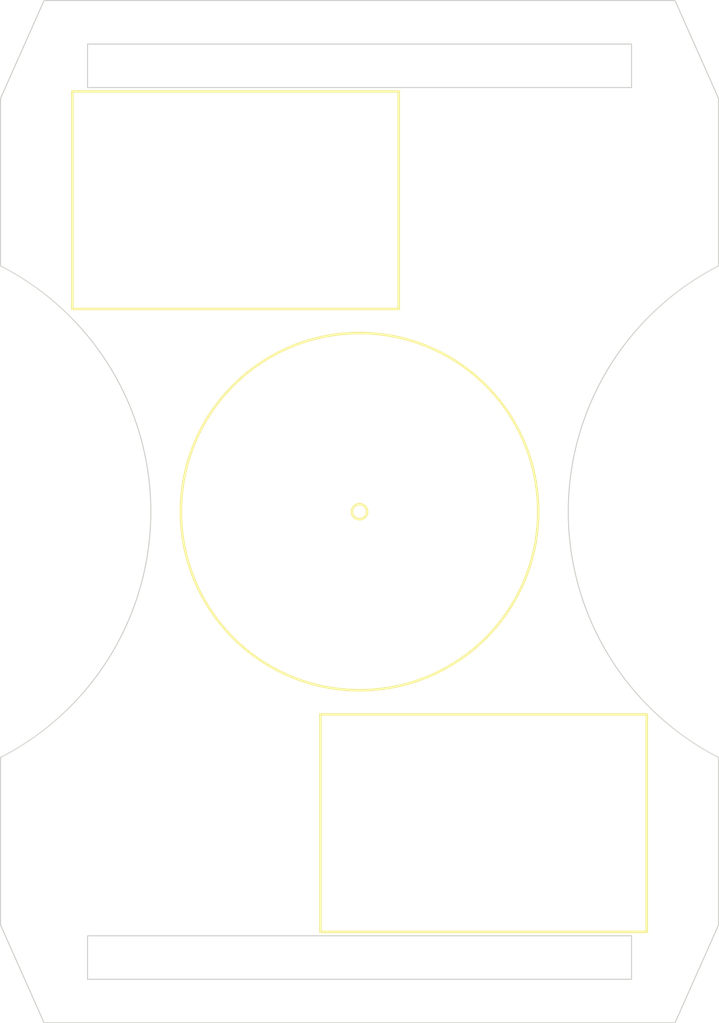
<source format=kicad_pcb>
(kicad_pcb (version 20171130) (host pcbnew 5.1.4-1.fc30)

  (general
    (thickness 1.6)
    (drawings 30)
    (tracks 0)
    (zones 0)
    (modules 0)
    (nets 1)
  )

  (page A4)
  (layers
    (0 F.Cu signal)
    (31 B.Cu signal)
    (32 B.Adhes user)
    (33 F.Adhes user)
    (34 B.Paste user)
    (35 F.Paste user)
    (36 B.SilkS user)
    (37 F.SilkS user)
    (38 B.Mask user)
    (39 F.Mask user)
    (40 Dwgs.User user)
    (41 Cmts.User user)
    (42 Eco1.User user)
    (43 Eco2.User user)
    (44 Edge.Cuts user)
    (45 Margin user)
    (46 B.CrtYd user)
    (47 F.CrtYd user)
    (48 B.Fab user)
    (49 F.Fab user)
  )

  (setup
    (last_trace_width 0.25)
    (trace_clearance 0.2)
    (zone_clearance 0.508)
    (zone_45_only no)
    (trace_min 0.2)
    (via_size 0.8)
    (via_drill 0.4)
    (via_min_size 0.4)
    (via_min_drill 0.3)
    (uvia_size 0.3)
    (uvia_drill 0.1)
    (uvias_allowed no)
    (uvia_min_size 0.2)
    (uvia_min_drill 0.1)
    (edge_width 0.05)
    (segment_width 0.2)
    (pcb_text_width 0.3)
    (pcb_text_size 1.5 1.5)
    (mod_edge_width 0.12)
    (mod_text_size 1 1)
    (mod_text_width 0.15)
    (pad_size 1.524 1.524)
    (pad_drill 0.762)
    (pad_to_mask_clearance 0.051)
    (solder_mask_min_width 0.25)
    (aux_axis_origin 0 0)
    (visible_elements FFFFFF7F)
    (pcbplotparams
      (layerselection 0x010fc_ffffffff)
      (usegerberextensions false)
      (usegerberattributes false)
      (usegerberadvancedattributes false)
      (creategerberjobfile false)
      (excludeedgelayer true)
      (linewidth 0.150000)
      (plotframeref false)
      (viasonmask false)
      (mode 1)
      (useauxorigin false)
      (hpglpennumber 1)
      (hpglpenspeed 20)
      (hpglpendiameter 15.000000)
      (psnegative false)
      (psa4output false)
      (plotreference true)
      (plotvalue true)
      (plotinvisibletext false)
      (padsonsilk false)
      (subtractmaskfromsilk false)
      (outputformat 1)
      (mirror false)
      (drillshape 1)
      (scaleselection 1)
      (outputdirectory ""))
  )

  (net 0 "")

  (net_class Default "To jest domyślna klasa połączeń."
    (clearance 0.2)
    (trace_width 0.25)
    (via_dia 0.8)
    (via_drill 0.4)
    (uvia_dia 0.3)
    (uvia_drill 0.1)
  )

  (gr_line (start 229.73 82.79) (end 214.73 82.79) (layer F.SilkS) (width 0.12) (tstamp 5DA1A39D))
  (gr_line (start 229.73 92.79) (end 229.73 82.79) (layer F.SilkS) (width 0.12) (tstamp 5DA1A39C))
  (gr_line (start 214.73 82.79) (end 214.73 92.79) (layer F.SilkS) (width 0.12) (tstamp 5DA1A39B))
  (gr_line (start 214.73 92.79) (end 229.73 92.79) (layer F.SilkS) (width 0.12) (tstamp 5DA1A39A))
  (gr_circle (center 216.53 73.47) (end 216.69 73.78) (layer F.SilkS) (width 0.12) (tstamp 5DA1A37B))
  (gr_line (start 218.33 54.15) (end 203.33 54.15) (layer F.SilkS) (width 0.12))
  (gr_line (start 218.33 64.15) (end 218.33 54.15) (layer F.SilkS) (width 0.12))
  (gr_line (start 203.33 64.15) (end 218.33 64.15) (layer F.SilkS) (width 0.12))
  (gr_line (start 203.33 54.15) (end 203.33 64.15) (layer F.SilkS) (width 0.12))
  (gr_circle (center 216.53 73.47) (end 223.52 77.78) (layer F.SilkS) (width 0.12))
  (gr_line (start 233.03 84.77) (end 233.03 92.47) (layer Edge.Cuts) (width 0.05) (tstamp 5DA1A1A5))
  (gr_arc (start 238.82 73.47) (end 233.03 62.17) (angle -125.7397604) (layer Edge.Cuts) (width 0.05) (tstamp 5DA1A174))
  (gr_line (start 200.03 92.47) (end 200.03 84.77) (layer Edge.Cuts) (width 0.05) (tstamp 5DA1A156))
  (gr_arc (start 194.24 73.47) (end 200.03 84.77) (angle -125.7397604) (layer Edge.Cuts) (width 0.05))
  (gr_line (start 231.03 49.97) (end 233.03 54.47) (layer Edge.Cuts) (width 0.05) (tstamp 5DA1A008))
  (gr_line (start 202.03 49.97) (end 200.03 54.47) (layer Edge.Cuts) (width 0.05) (tstamp 5DA19FF5))
  (gr_line (start 233.03 92.47) (end 231.03 96.97) (layer Edge.Cuts) (width 0.05) (tstamp 5DA19F81))
  (gr_line (start 200.03 92.47) (end 202.03 96.97) (layer Edge.Cuts) (width 0.05) (tstamp 5DA19F32))
  (gr_line (start 204.03 51.97) (end 229.03 51.97) (layer Edge.Cuts) (width 0.05) (tstamp 5DA19EB7))
  (gr_line (start 229.03 51.97) (end 229.03 53.97) (layer Edge.Cuts) (width 0.05) (tstamp 5DA19EB6))
  (gr_line (start 204.03 53.97) (end 204.03 51.97) (layer Edge.Cuts) (width 0.05) (tstamp 5DA19EB5))
  (gr_line (start 229.03 53.97) (end 204.03 53.97) (layer Edge.Cuts) (width 0.05) (tstamp 5DA19EB4))
  (gr_line (start 229.03 94.97) (end 204.03 94.97) (layer Edge.Cuts) (width 0.05) (tstamp 5DA19E70))
  (gr_line (start 229.03 92.97) (end 229.03 94.97) (layer Edge.Cuts) (width 0.05))
  (gr_line (start 204.03 92.97) (end 229.03 92.97) (layer Edge.Cuts) (width 0.05))
  (gr_line (start 204.03 94.97) (end 204.03 92.97) (layer Edge.Cuts) (width 0.05))
  (gr_line (start 231.03 49.97) (end 202.03 49.97) (layer Edge.Cuts) (width 0.05) (tstamp 5DA19D1A))
  (gr_line (start 233.03 62.17) (end 233.03 54.47) (layer Edge.Cuts) (width 0.05))
  (gr_line (start 202.03 96.97) (end 231.03 96.97) (layer Edge.Cuts) (width 0.05))
  (gr_line (start 200.03 54.47) (end 200.03 62.17) (layer Edge.Cuts) (width 0.05))

)

</source>
